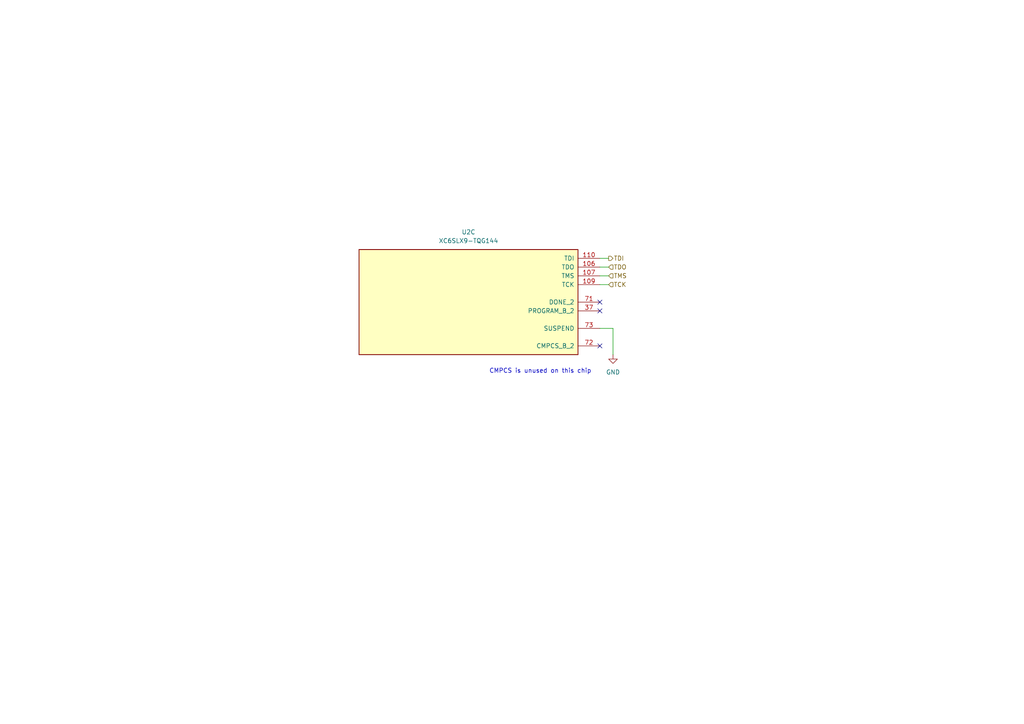
<source format=kicad_sch>
(kicad_sch
	(version 20231120)
	(generator "eeschema")
	(generator_version "8.0")
	(uuid "9635b207-be56-4692-b7be-abdb3712be18")
	(paper "A4")
	(title_block
		(title "FPGA JTAG Interface")
		(date "2024-03-11")
		(rev "1")
		(company "https://github.com/Cuprum77")
	)
	(lib_symbols
		(symbol "FPGA_Xilinx_Spartan6:XC6SLX9-TQG144"
			(pin_names
				(offset 1.016)
			)
			(exclude_from_sim no)
			(in_bom yes)
			(on_board yes)
			(property "Reference" "U"
				(at 0 1.27 0)
				(effects
					(font
						(size 1.27 1.27)
					)
				)
			)
			(property "Value" "XC6SLX9-TQG144"
				(at 0 -1.27 0)
				(effects
					(font
						(size 1.27 1.27)
					)
				)
			)
			(property "Footprint" ""
				(at 0 0 0)
				(effects
					(font
						(size 1.27 1.27)
					)
					(hide yes)
				)
			)
			(property "Datasheet" ""
				(at 0 0 0)
				(effects
					(font
						(size 1.27 1.27)
					)
				)
			)
			(property "Description" "Spartan 6 LX 9 XC6SLX9-TQG144"
				(at 0 0 0)
				(effects
					(font
						(size 1.27 1.27)
					)
					(hide yes)
				)
			)
			(property "ki_locked" ""
				(at 0 0 0)
				(effects
					(font
						(size 1.27 1.27)
					)
				)
			)
			(property "ki_keywords" "FPGA"
				(at 0 0 0)
				(effects
					(font
						(size 1.27 1.27)
					)
					(hide yes)
				)
			)
			(symbol "XC6SLX9-TQG144_1_1"
				(rectangle
					(start -44.45 36.83)
					(end 44.45 -43.18)
					(stroke
						(width 0.254)
						(type default)
					)
					(fill
						(type background)
					)
				)
				(pin bidirectional line
					(at 50.8 12.7 180)
					(length 6.35)
					(name "IO_L33P_1"
						(effects
							(font
								(size 1.27 1.27)
							)
						)
					)
					(number "100"
						(effects
							(font
								(size 1.27 1.27)
							)
						)
					)
				)
				(pin bidirectional line
					(at 50.8 15.24 180)
					(length 6.35)
					(name "IO_L32N_1"
						(effects
							(font
								(size 1.27 1.27)
							)
						)
					)
					(number "101"
						(effects
							(font
								(size 1.27 1.27)
							)
						)
					)
				)
				(pin bidirectional line
					(at 50.8 17.78 180)
					(length 6.35)
					(name "IO_L32P_1"
						(effects
							(font
								(size 1.27 1.27)
							)
						)
					)
					(number "102"
						(effects
							(font
								(size 1.27 1.27)
							)
						)
					)
				)
				(pin power_in line
					(at 40.64 43.18 270)
					(length 6.35)
					(name "VCCO_1"
						(effects
							(font
								(size 1.27 1.27)
							)
						)
					)
					(number "103"
						(effects
							(font
								(size 1.27 1.27)
							)
						)
					)
				)
				(pin bidirectional line
					(at 50.8 20.32 180)
					(length 6.35)
					(name "IO_L1N_VREF_1"
						(effects
							(font
								(size 1.27 1.27)
							)
						)
					)
					(number "104"
						(effects
							(font
								(size 1.27 1.27)
							)
						)
					)
				)
				(pin bidirectional line
					(at 50.8 22.86 180)
					(length 6.35)
					(name "IO_L1P_1"
						(effects
							(font
								(size 1.27 1.27)
							)
						)
					)
					(number "105"
						(effects
							(font
								(size 1.27 1.27)
							)
						)
					)
				)
				(pin bidirectional line
					(at -50.8 -40.64 0)
					(length 6.35)
					(name "IO_L66N_SCP0_0"
						(effects
							(font
								(size 1.27 1.27)
							)
						)
					)
					(number "111"
						(effects
							(font
								(size 1.27 1.27)
							)
						)
					)
				)
				(pin bidirectional line
					(at -50.8 -38.1 0)
					(length 6.35)
					(name "IO_L66P_SCP1_0"
						(effects
							(font
								(size 1.27 1.27)
							)
						)
					)
					(number "112"
						(effects
							(font
								(size 1.27 1.27)
							)
						)
					)
				)
				(pin bidirectional line
					(at -50.8 -35.56 0)
					(length 6.35)
					(name "IO_L65N_SCP2_0"
						(effects
							(font
								(size 1.27 1.27)
							)
						)
					)
					(number "114"
						(effects
							(font
								(size 1.27 1.27)
							)
						)
					)
				)
				(pin bidirectional line
					(at -50.8 -33.02 0)
					(length 6.35)
					(name "IO_L65P_SCP3_0"
						(effects
							(font
								(size 1.27 1.27)
							)
						)
					)
					(number "115"
						(effects
							(font
								(size 1.27 1.27)
							)
						)
					)
				)
				(pin bidirectional line
					(at -50.8 -30.48 0)
					(length 6.35)
					(name "IO_L64N_SCP4_0"
						(effects
							(font
								(size 1.27 1.27)
							)
						)
					)
					(number "116"
						(effects
							(font
								(size 1.27 1.27)
							)
						)
					)
				)
				(pin bidirectional line
					(at -50.8 -27.94 0)
					(length 6.35)
					(name "IO_L64P_SCP5_0"
						(effects
							(font
								(size 1.27 1.27)
							)
						)
					)
					(number "117"
						(effects
							(font
								(size 1.27 1.27)
							)
						)
					)
				)
				(pin bidirectional line
					(at -50.8 -25.4 0)
					(length 6.35)
					(name "IO_L63N_SCP6_0"
						(effects
							(font
								(size 1.27 1.27)
							)
						)
					)
					(number "118"
						(effects
							(font
								(size 1.27 1.27)
							)
						)
					)
				)
				(pin bidirectional line
					(at -50.8 -22.86 0)
					(length 6.35)
					(name "IO_L63P_SCP7_0"
						(effects
							(font
								(size 1.27 1.27)
							)
						)
					)
					(number "119"
						(effects
							(font
								(size 1.27 1.27)
							)
						)
					)
				)
				(pin bidirectional line
					(at -50.8 -20.32 0)
					(length 6.35)
					(name "IO_L62N_VREF_0"
						(effects
							(font
								(size 1.27 1.27)
							)
						)
					)
					(number "120"
						(effects
							(font
								(size 1.27 1.27)
							)
						)
					)
				)
				(pin bidirectional line
					(at -50.8 -17.78 0)
					(length 6.35)
					(name "IO_L62P_0"
						(effects
							(font
								(size 1.27 1.27)
							)
						)
					)
					(number "121"
						(effects
							(font
								(size 1.27 1.27)
							)
						)
					)
				)
				(pin power_in line
					(at -40.64 43.18 270)
					(length 6.35)
					(name "VCCO_0"
						(effects
							(font
								(size 1.27 1.27)
							)
						)
					)
					(number "122"
						(effects
							(font
								(size 1.27 1.27)
							)
						)
					)
				)
				(pin bidirectional line
					(at -50.8 -15.24 0)
					(length 6.35)
					(name "IO_L37N_GCLK12_0"
						(effects
							(font
								(size 1.27 1.27)
							)
						)
					)
					(number "123"
						(effects
							(font
								(size 1.27 1.27)
							)
						)
					)
				)
				(pin bidirectional line
					(at -50.8 -12.7 0)
					(length 6.35)
					(name "IO_L37P_GCLK13_0"
						(effects
							(font
								(size 1.27 1.27)
							)
						)
					)
					(number "124"
						(effects
							(font
								(size 1.27 1.27)
							)
						)
					)
				)
				(pin power_in line
					(at -38.1 43.18 270)
					(length 6.35)
					(name "VCCO_0"
						(effects
							(font
								(size 1.27 1.27)
							)
						)
					)
					(number "125"
						(effects
							(font
								(size 1.27 1.27)
							)
						)
					)
				)
				(pin bidirectional line
					(at -50.8 -10.16 0)
					(length 6.35)
					(name "IO_L36N_GCLK14_0"
						(effects
							(font
								(size 1.27 1.27)
							)
						)
					)
					(number "126"
						(effects
							(font
								(size 1.27 1.27)
							)
						)
					)
				)
				(pin bidirectional line
					(at -50.8 -7.62 0)
					(length 6.35)
					(name "IO_L36P_GCLK15_0"
						(effects
							(font
								(size 1.27 1.27)
							)
						)
					)
					(number "127"
						(effects
							(font
								(size 1.27 1.27)
							)
						)
					)
				)
				(pin bidirectional line
					(at -50.8 -5.08 0)
					(length 6.35)
					(name "IO_L35N_GCLK16_0"
						(effects
							(font
								(size 1.27 1.27)
							)
						)
					)
					(number "131"
						(effects
							(font
								(size 1.27 1.27)
							)
						)
					)
				)
				(pin bidirectional line
					(at -50.8 -2.54 0)
					(length 6.35)
					(name "IO_L35P_GCLK17_0"
						(effects
							(font
								(size 1.27 1.27)
							)
						)
					)
					(number "132"
						(effects
							(font
								(size 1.27 1.27)
							)
						)
					)
				)
				(pin bidirectional line
					(at -50.8 0 0)
					(length 6.35)
					(name "IO_L34N_GCLK18_0"
						(effects
							(font
								(size 1.27 1.27)
							)
						)
					)
					(number "133"
						(effects
							(font
								(size 1.27 1.27)
							)
						)
					)
				)
				(pin bidirectional line
					(at -50.8 2.54 0)
					(length 6.35)
					(name "IO_L34P_GCLK19_0"
						(effects
							(font
								(size 1.27 1.27)
							)
						)
					)
					(number "134"
						(effects
							(font
								(size 1.27 1.27)
							)
						)
					)
				)
				(pin power_in line
					(at -35.56 43.18 270)
					(length 6.35)
					(name "VCCO_0"
						(effects
							(font
								(size 1.27 1.27)
							)
						)
					)
					(number "135"
						(effects
							(font
								(size 1.27 1.27)
							)
						)
					)
				)
				(pin bidirectional line
					(at -50.8 5.08 0)
					(length 6.35)
					(name "IO_L4N_0"
						(effects
							(font
								(size 1.27 1.27)
							)
						)
					)
					(number "137"
						(effects
							(font
								(size 1.27 1.27)
							)
						)
					)
				)
				(pin bidirectional line
					(at -50.8 7.62 0)
					(length 6.35)
					(name "IO_L4P_0"
						(effects
							(font
								(size 1.27 1.27)
							)
						)
					)
					(number "138"
						(effects
							(font
								(size 1.27 1.27)
							)
						)
					)
				)
				(pin bidirectional line
					(at -50.8 10.16 0)
					(length 6.35)
					(name "IO_L3N_0"
						(effects
							(font
								(size 1.27 1.27)
							)
						)
					)
					(number "139"
						(effects
							(font
								(size 1.27 1.27)
							)
						)
					)
				)
				(pin bidirectional line
					(at -50.8 12.7 0)
					(length 6.35)
					(name "IO_L3P_0"
						(effects
							(font
								(size 1.27 1.27)
							)
						)
					)
					(number "140"
						(effects
							(font
								(size 1.27 1.27)
							)
						)
					)
				)
				(pin bidirectional line
					(at -50.8 15.24 0)
					(length 6.35)
					(name "IO_L2N_0"
						(effects
							(font
								(size 1.27 1.27)
							)
						)
					)
					(number "141"
						(effects
							(font
								(size 1.27 1.27)
							)
						)
					)
				)
				(pin bidirectional line
					(at -50.8 17.78 0)
					(length 6.35)
					(name "IO_L2P_0"
						(effects
							(font
								(size 1.27 1.27)
							)
						)
					)
					(number "142"
						(effects
							(font
								(size 1.27 1.27)
							)
						)
					)
				)
				(pin bidirectional line
					(at -50.8 20.32 0)
					(length 6.35)
					(name "IO_L1N_VREF_0"
						(effects
							(font
								(size 1.27 1.27)
							)
						)
					)
					(number "143"
						(effects
							(font
								(size 1.27 1.27)
							)
						)
					)
				)
				(pin bidirectional line
					(at -50.8 22.86 0)
					(length 6.35)
					(name "IO_L1P_HSWAPEN_0"
						(effects
							(font
								(size 1.27 1.27)
							)
						)
					)
					(number "144"
						(effects
							(font
								(size 1.27 1.27)
							)
						)
					)
				)
				(pin bidirectional line
					(at 50.8 -35.56 180)
					(length 6.35)
					(name "IO_L74N_DOUT_BUSY_1"
						(effects
							(font
								(size 1.27 1.27)
							)
						)
					)
					(number "74"
						(effects
							(font
								(size 1.27 1.27)
							)
						)
					)
				)
				(pin bidirectional line
					(at 50.8 -33.02 180)
					(length 6.35)
					(name "IO_L74P_AWAKE_1"
						(effects
							(font
								(size 1.27 1.27)
							)
						)
					)
					(number "75"
						(effects
							(font
								(size 1.27 1.27)
							)
						)
					)
				)
				(pin power_in line
					(at 35.56 43.18 270)
					(length 6.35)
					(name "VCCO_1"
						(effects
							(font
								(size 1.27 1.27)
							)
						)
					)
					(number "76"
						(effects
							(font
								(size 1.27 1.27)
							)
						)
					)
				)
				(pin bidirectional line
					(at 50.8 -30.48 180)
					(length 6.35)
					(name "IO_L47N_1"
						(effects
							(font
								(size 1.27 1.27)
							)
						)
					)
					(number "78"
						(effects
							(font
								(size 1.27 1.27)
							)
						)
					)
				)
				(pin bidirectional line
					(at 50.8 -27.94 180)
					(length 6.35)
					(name "IO_L47P_1"
						(effects
							(font
								(size 1.27 1.27)
							)
						)
					)
					(number "79"
						(effects
							(font
								(size 1.27 1.27)
							)
						)
					)
				)
				(pin bidirectional line
					(at 50.8 -25.4 180)
					(length 6.35)
					(name "IO_L46N_1"
						(effects
							(font
								(size 1.27 1.27)
							)
						)
					)
					(number "80"
						(effects
							(font
								(size 1.27 1.27)
							)
						)
					)
				)
				(pin bidirectional line
					(at 50.8 -22.86 180)
					(length 6.35)
					(name "IO_L46P_1"
						(effects
							(font
								(size 1.27 1.27)
							)
						)
					)
					(number "81"
						(effects
							(font
								(size 1.27 1.27)
							)
						)
					)
				)
				(pin bidirectional line
					(at 50.8 -20.32 180)
					(length 6.35)
					(name "IO_L45N_1"
						(effects
							(font
								(size 1.27 1.27)
							)
						)
					)
					(number "82"
						(effects
							(font
								(size 1.27 1.27)
							)
						)
					)
				)
				(pin bidirectional line
					(at 50.8 -17.78 180)
					(length 6.35)
					(name "IO_L45P_1"
						(effects
							(font
								(size 1.27 1.27)
							)
						)
					)
					(number "83"
						(effects
							(font
								(size 1.27 1.27)
							)
						)
					)
				)
				(pin bidirectional line
					(at 50.8 -15.24 180)
					(length 6.35)
					(name "IO_L43N_GCLK4_1"
						(effects
							(font
								(size 1.27 1.27)
							)
						)
					)
					(number "84"
						(effects
							(font
								(size 1.27 1.27)
							)
						)
					)
				)
				(pin bidirectional line
					(at 50.8 -12.7 180)
					(length 6.35)
					(name "IO_L43P_GCLK5_1"
						(effects
							(font
								(size 1.27 1.27)
							)
						)
					)
					(number "85"
						(effects
							(font
								(size 1.27 1.27)
							)
						)
					)
				)
				(pin power_in line
					(at 38.1 43.18 270)
					(length 6.35)
					(name "VCCO_1"
						(effects
							(font
								(size 1.27 1.27)
							)
						)
					)
					(number "86"
						(effects
							(font
								(size 1.27 1.27)
							)
						)
					)
				)
				(pin bidirectional line
					(at 50.8 -10.16 180)
					(length 6.35)
					(name "IO_L42N_GCLK6_TRDY1_1"
						(effects
							(font
								(size 1.27 1.27)
							)
						)
					)
					(number "87"
						(effects
							(font
								(size 1.27 1.27)
							)
						)
					)
				)
				(pin bidirectional line
					(at 50.8 -7.62 180)
					(length 6.35)
					(name "IO_L42P_GCLK7_1"
						(effects
							(font
								(size 1.27 1.27)
							)
						)
					)
					(number "88"
						(effects
							(font
								(size 1.27 1.27)
							)
						)
					)
				)
				(pin bidirectional line
					(at 50.8 -5.08 180)
					(length 6.35)
					(name "IO_L41N_GCLK8_1"
						(effects
							(font
								(size 1.27 1.27)
							)
						)
					)
					(number "92"
						(effects
							(font
								(size 1.27 1.27)
							)
						)
					)
				)
				(pin bidirectional line
					(at 50.8 -2.54 180)
					(length 6.35)
					(name "IO_L41P_GCLK9_IRDY1_1"
						(effects
							(font
								(size 1.27 1.27)
							)
						)
					)
					(number "93"
						(effects
							(font
								(size 1.27 1.27)
							)
						)
					)
				)
				(pin bidirectional line
					(at 50.8 0 180)
					(length 6.35)
					(name "IO_L40N_GCLK10_1"
						(effects
							(font
								(size 1.27 1.27)
							)
						)
					)
					(number "94"
						(effects
							(font
								(size 1.27 1.27)
							)
						)
					)
				)
				(pin bidirectional line
					(at 50.8 2.54 180)
					(length 6.35)
					(name "IO_L40P_GCLK11_1"
						(effects
							(font
								(size 1.27 1.27)
							)
						)
					)
					(number "95"
						(effects
							(font
								(size 1.27 1.27)
							)
						)
					)
				)
				(pin bidirectional line
					(at 50.8 5.08 180)
					(length 6.35)
					(name "IO_L34N_1"
						(effects
							(font
								(size 1.27 1.27)
							)
						)
					)
					(number "97"
						(effects
							(font
								(size 1.27 1.27)
							)
						)
					)
				)
				(pin bidirectional line
					(at 50.8 7.62 180)
					(length 6.35)
					(name "IO_L34P_1"
						(effects
							(font
								(size 1.27 1.27)
							)
						)
					)
					(number "98"
						(effects
							(font
								(size 1.27 1.27)
							)
						)
					)
				)
				(pin bidirectional line
					(at 50.8 10.16 180)
					(length 6.35)
					(name "IO_L33N_1"
						(effects
							(font
								(size 1.27 1.27)
							)
						)
					)
					(number "99"
						(effects
							(font
								(size 1.27 1.27)
							)
						)
					)
				)
			)
			(symbol "XC6SLX9-TQG144_2_1"
				(rectangle
					(start -44.45 36.83)
					(end 44.45 -43.18)
					(stroke
						(width 0.254)
						(type default)
					)
					(fill
						(type background)
					)
				)
				(pin bidirectional line
					(at 50.8 -40.64 180)
					(length 6.35)
					(name "IO_L83N_VREF_3"
						(effects
							(font
								(size 1.27 1.27)
							)
						)
					)
					(number "1"
						(effects
							(font
								(size 1.27 1.27)
							)
						)
					)
				)
				(pin bidirectional line
					(at 50.8 -22.86 180)
					(length 6.35)
					(name "IO_L50P_3"
						(effects
							(font
								(size 1.27 1.27)
							)
						)
					)
					(number "10"
						(effects
							(font
								(size 1.27 1.27)
							)
						)
					)
				)
				(pin bidirectional line
					(at 50.8 -20.32 180)
					(length 6.35)
					(name "IO_L49N_3"
						(effects
							(font
								(size 1.27 1.27)
							)
						)
					)
					(number "11"
						(effects
							(font
								(size 1.27 1.27)
							)
						)
					)
				)
				(pin bidirectional line
					(at 50.8 -17.78 180)
					(length 6.35)
					(name "IO_L49P_3"
						(effects
							(font
								(size 1.27 1.27)
							)
						)
					)
					(number "12"
						(effects
							(font
								(size 1.27 1.27)
							)
						)
					)
				)
				(pin bidirectional line
					(at 50.8 -15.24 180)
					(length 6.35)
					(name "IO_L44N_GCLK20_3"
						(effects
							(font
								(size 1.27 1.27)
							)
						)
					)
					(number "14"
						(effects
							(font
								(size 1.27 1.27)
							)
						)
					)
				)
				(pin bidirectional line
					(at 50.8 -12.7 180)
					(length 6.35)
					(name "IO_L44P_GCLK21_3"
						(effects
							(font
								(size 1.27 1.27)
							)
						)
					)
					(number "15"
						(effects
							(font
								(size 1.27 1.27)
							)
						)
					)
				)
				(pin bidirectional line
					(at 50.8 -10.16 180)
					(length 6.35)
					(name "IO_L43N_GCLK22_IRDY2_3"
						(effects
							(font
								(size 1.27 1.27)
							)
						)
					)
					(number "16"
						(effects
							(font
								(size 1.27 1.27)
							)
						)
					)
				)
				(pin bidirectional line
					(at 50.8 -7.62 180)
					(length 6.35)
					(name "IO_L43P_GCLK23_3"
						(effects
							(font
								(size 1.27 1.27)
							)
						)
					)
					(number "17"
						(effects
							(font
								(size 1.27 1.27)
							)
						)
					)
				)
				(pin power_in line
					(at 38.1 43.18 270)
					(length 6.35)
					(name "VCCO_3"
						(effects
							(font
								(size 1.27 1.27)
							)
						)
					)
					(number "18"
						(effects
							(font
								(size 1.27 1.27)
							)
						)
					)
				)
				(pin bidirectional line
					(at 50.8 -38.1 180)
					(length 6.35)
					(name "IO_L83P_3"
						(effects
							(font
								(size 1.27 1.27)
							)
						)
					)
					(number "2"
						(effects
							(font
								(size 1.27 1.27)
							)
						)
					)
				)
				(pin bidirectional line
					(at 50.8 -5.08 180)
					(length 6.35)
					(name "IO_L42N_GCLK24_3"
						(effects
							(font
								(size 1.27 1.27)
							)
						)
					)
					(number "21"
						(effects
							(font
								(size 1.27 1.27)
							)
						)
					)
				)
				(pin bidirectional line
					(at 50.8 -2.54 180)
					(length 6.35)
					(name "IO_L42P_GCLK25_TRDY2_3"
						(effects
							(font
								(size 1.27 1.27)
							)
						)
					)
					(number "22"
						(effects
							(font
								(size 1.27 1.27)
							)
						)
					)
				)
				(pin bidirectional line
					(at 50.8 0 180)
					(length 6.35)
					(name "IO_L41N_GCLK26_3"
						(effects
							(font
								(size 1.27 1.27)
							)
						)
					)
					(number "23"
						(effects
							(font
								(size 1.27 1.27)
							)
						)
					)
				)
				(pin bidirectional line
					(at 50.8 2.54 180)
					(length 6.35)
					(name "IO_L41P_GCLK27_3"
						(effects
							(font
								(size 1.27 1.27)
							)
						)
					)
					(number "24"
						(effects
							(font
								(size 1.27 1.27)
							)
						)
					)
				)
				(pin bidirectional line
					(at 50.8 5.08 180)
					(length 6.35)
					(name "IO_L37N_3"
						(effects
							(font
								(size 1.27 1.27)
							)
						)
					)
					(number "26"
						(effects
							(font
								(size 1.27 1.27)
							)
						)
					)
				)
				(pin bidirectional line
					(at 50.8 7.62 180)
					(length 6.35)
					(name "IO_L37P_3"
						(effects
							(font
								(size 1.27 1.27)
							)
						)
					)
					(number "27"
						(effects
							(font
								(size 1.27 1.27)
							)
						)
					)
				)
				(pin bidirectional line
					(at 50.8 10.16 180)
					(length 6.35)
					(name "IO_L36N_3"
						(effects
							(font
								(size 1.27 1.27)
							)
						)
					)
					(number "29"
						(effects
							(font
								(size 1.27 1.27)
							)
						)
					)
				)
				(pin bidirectional line
					(at 50.8 12.7 180)
					(length 6.35)
					(name "IO_L36P_3"
						(effects
							(font
								(size 1.27 1.27)
							)
						)
					)
					(number "30"
						(effects
							(font
								(size 1.27 1.27)
							)
						)
					)
				)
				(pin power_in line
					(at 40.64 43.18 270)
					(length 6.35)
					(name "VCCO_3"
						(effects
							(font
								(size 1.27 1.27)
							)
						)
					)
					(number "31"
						(effects
							(font
								(size 1.27 1.27)
							)
						)
					)
				)
				(pin bidirectional line
					(at 50.8 15.24 180)
					(length 6.35)
					(name "IO_L2N_3"
						(effects
							(font
								(size 1.27 1.27)
							)
						)
					)
					(number "32"
						(effects
							(font
								(size 1.27 1.27)
							)
						)
					)
				)
				(pin bidirectional line
					(at 50.8 17.78 180)
					(length 6.35)
					(name "IO_L2P_3"
						(effects
							(font
								(size 1.27 1.27)
							)
						)
					)
					(number "33"
						(effects
							(font
								(size 1.27 1.27)
							)
						)
					)
				)
				(pin bidirectional line
					(at 50.8 20.32 180)
					(length 6.35)
					(name "IO_L1N_VREF_3"
						(effects
							(font
								(size 1.27 1.27)
							)
						)
					)
					(number "34"
						(effects
							(font
								(size 1.27 1.27)
							)
						)
					)
				)
				(pin bidirectional line
					(at 50.8 22.86 180)
					(length 6.35)
					(name "IO_L1P_3"
						(effects
							(font
								(size 1.27 1.27)
							)
						)
					)
					(number "35"
						(effects
							(font
								(size 1.27 1.27)
							)
						)
					)
				)
				(pin bidirectional line
					(at -50.8 -40.64 0)
					(length 6.35)
					(name "IO_L65N_CSO_B_2"
						(effects
							(font
								(size 1.27 1.27)
							)
						)
					)
					(number "38"
						(effects
							(font
								(size 1.27 1.27)
							)
						)
					)
				)
				(pin bidirectional line
					(at -50.8 -38.1 0)
					(length 6.35)
					(name "IO_L65P_INIT_B_2"
						(effects
							(font
								(size 1.27 1.27)
							)
						)
					)
					(number "39"
						(effects
							(font
								(size 1.27 1.27)
							)
						)
					)
				)
				(pin power_in line
					(at 35.56 43.18 270)
					(length 6.35)
					(name "VCCO_3"
						(effects
							(font
								(size 1.27 1.27)
							)
						)
					)
					(number "4"
						(effects
							(font
								(size 1.27 1.27)
							)
						)
					)
				)
				(pin bidirectional line
					(at -50.8 -35.56 0)
					(length 6.35)
					(name "IO_L64N_D9_2"
						(effects
							(font
								(size 1.27 1.27)
							)
						)
					)
					(number "40"
						(effects
							(font
								(size 1.27 1.27)
							)
						)
					)
				)
				(pin bidirectional line
					(at -50.8 -33.02 0)
					(length 6.35)
					(name "IO_L64P_D8_2"
						(effects
							(font
								(size 1.27 1.27)
							)
						)
					)
					(number "41"
						(effects
							(font
								(size 1.27 1.27)
							)
						)
					)
				)
				(pin power_in line
					(at -40.64 43.18 270)
					(length 6.35)
					(name "VCCO_2"
						(effects
							(font
								(size 1.27 1.27)
							)
						)
					)
					(number "42"
						(effects
							(font
								(size 1.27 1.27)
							)
						)
					)
				)
				(pin bidirectional line
					(at -50.8 -30.48 0)
					(length 6.35)
					(name "IO_L62N_D6_2"
						(effects
							(font
								(size 1.27 1.27)
							)
						)
					)
					(number "43"
						(effects
							(font
								(size 1.27 1.27)
							)
						)
					)
				)
				(pin bidirectional line
					(at -50.8 -27.94 0)
					(length 6.35)
					(name "IO_L62P_D5_2"
						(effects
							(font
								(size 1.27 1.27)
							)
						)
					)
					(number "44"
						(effects
							(font
								(size 1.27 1.27)
							)
						)
					)
				)
				(pin bidirectional line
					(at -50.8 -25.4 0)
					(length 6.35)
					(name "IO_L49N_D4_2"
						(effects
							(font
								(size 1.27 1.27)
							)
						)
					)
					(number "45"
						(effects
							(font
								(size 1.27 1.27)
							)
						)
					)
				)
				(pin bidirectional line
					(at -50.8 -22.86 0)
					(length 6.35)
					(name "IO_L49P_D3_2"
						(effects
							(font
								(size 1.27 1.27)
							)
						)
					)
					(number "46"
						(effects
							(font
								(size 1.27 1.27)
							)
						)
					)
				)
				(pin bidirectional line
					(at -50.8 -20.32 0)
					(length 6.35)
					(name "IO_L48N_RDWR_B_VREF_2"
						(effects
							(font
								(size 1.27 1.27)
							)
						)
					)
					(number "47"
						(effects
							(font
								(size 1.27 1.27)
							)
						)
					)
				)
				(pin bidirectional line
					(at -50.8 -17.78 0)
					(length 6.35)
					(name "IO_L48P_D7_2"
						(effects
							(font
								(size 1.27 1.27)
							)
						)
					)
					(number "48"
						(effects
							(font
								(size 1.27 1.27)
							)
						)
					)
				)
				(pin bidirectional line
					(at 50.8 -35.56 180)
					(length 6.35)
					(name "IO_L52N_3"
						(effects
							(font
								(size 1.27 1.27)
							)
						)
					)
					(number "5"
						(effects
							(font
								(size 1.27 1.27)
							)
						)
					)
				)
				(pin bidirectional line
					(at -50.8 -15.24 0)
					(length 6.35)
					(name "IO_L31N_GCLK30_D15_2"
						(effects
							(font
								(size 1.27 1.27)
							)
						)
					)
					(number "50"
						(effects
							(font
								(size 1.27 1.27)
							)
						)
					)
				)
				(pin bidirectional line
					(at -50.8 -12.7 0)
					(length 6.35)
					(name "IO_L31P_GCLK31_D14_2"
						(effects
							(font
								(size 1.27 1.27)
							)
						)
					)
					(number "51"
						(effects
							(font
								(size 1.27 1.27)
							)
						)
					)
				)
				(pin bidirectional line
					(at -50.8 -10.16 0)
					(length 6.35)
					(name "IO_L30N_GCLK0_USERCCLK_2"
						(effects
							(font
								(size 1.27 1.27)
							)
						)
					)
					(number "55"
						(effects
							(font
								(size 1.27 1.27)
							)
						)
					)
				)
				(pin bidirectional line
					(at -50.8 -7.62 0)
					(length 6.35)
					(name "IO_L30P_GCLK1_D13_2"
						(effects
							(font
								(size 1.27 1.27)
							)
						)
					)
					(number "56"
						(effects
							(font
								(size 1.27 1.27)
							)
						)
					)
				)
				(pin bidirectional line
					(at -50.8 -5.08 0)
					(length 6.35)
					(name "IO_L14N_D12_2"
						(effects
							(font
								(size 1.27 1.27)
							)
						)
					)
					(number "57"
						(effects
							(font
								(size 1.27 1.27)
							)
						)
					)
				)
				(pin bidirectional line
					(at -50.8 -2.54 0)
					(length 6.35)
					(name "IO_L14P_D11_2"
						(effects
							(font
								(size 1.27 1.27)
							)
						)
					)
					(number "58"
						(effects
							(font
								(size 1.27 1.27)
							)
						)
					)
				)
				(pin bidirectional line
					(at -50.8 0 0)
					(length 6.35)
					(name "IO_L13N_D10_2"
						(effects
							(font
								(size 1.27 1.27)
							)
						)
					)
					(number "59"
						(effects
							(font
								(size 1.27 1.27)
							)
						)
					)
				)
				(pin bidirectional line
					(at 50.8 -33.02 180)
					(length 6.35)
					(name "IO_L52P_3"
						(effects
							(font
								(size 1.27 1.27)
							)
						)
					)
					(number "6"
						(effects
							(font
								(size 1.27 1.27)
							)
						)
					)
				)
				(pin bidirectional line
					(at -50.8 2.54 0)
					(length 6.35)
					(name "IO_L13P_M1_2"
						(effects
							(font
								(size 1.27 1.27)
							)
						)
					)
					(number "60"
						(effects
							(font
								(size 1.27 1.27)
							)
						)
					)
				)
				(pin bidirectional line
					(at -50.8 5.08 0)
					(length 6.35)
					(name "IO_L12N_D2_MISO3_2"
						(effects
							(font
								(size 1.27 1.27)
							)
						)
					)
					(number "61"
						(effects
							(font
								(size 1.27 1.27)
							)
						)
					)
				)
				(pin bidirectional line
					(at -50.8 7.62 0)
					(length 6.35)
					(name "IO_L12P_D1_MISO2_2"
						(effects
							(font
								(size 1.27 1.27)
							)
						)
					)
					(number "62"
						(effects
							(font
								(size 1.27 1.27)
							)
						)
					)
				)
				(pin power_in line
					(at -38.1 43.18 270)
					(length 6.35)
					(name "VCCO_2"
						(effects
							(font
								(size 1.27 1.27)
							)
						)
					)
					(number "63"
						(effects
							(font
								(size 1.27 1.27)
							)
						)
					)
				)
				(pin bidirectional line
					(at -50.8 10.16 0)
					(length 6.35)
					(name "IO_L3N_MOSI_CSI_B_MISO0_2"
						(effects
							(font
								(size 1.27 1.27)
							)
						)
					)
					(number "64"
						(effects
							(font
								(size 1.27 1.27)
							)
						)
					)
				)
				(pin bidirectional line
					(at -50.8 12.7 0)
					(length 6.35)
					(name "IO_L3P_D0_DIN_MISO_MISO1_2"
						(effects
							(font
								(size 1.27 1.27)
							)
						)
					)
					(number "65"
						(effects
							(font
								(size 1.27 1.27)
							)
						)
					)
				)
				(pin bidirectional line
					(at -50.8 15.24 0)
					(length 6.35)
					(name "IO_L2N_CMPMOSI_2"
						(effects
							(font
								(size 1.27 1.27)
							)
						)
					)
					(number "66"
						(effects
							(font
								(size 1.27 1.27)
							)
						)
					)
				)
				(pin bidirectional line
					(at -50.8 17.78 0)
					(length 6.35)
					(name "IO_L2P_CMPCLK_2"
						(effects
							(font
								(size 1.27 1.27)
							)
						)
					)
					(number "67"
						(effects
							(font
								(size 1.27 1.27)
							)
						)
					)
				)
				(pin bidirectional line
					(at -50.8 20.32 0)
					(length 6.35)
					(name "IO_L1N_M0_CMPMISO_2"
						(effects
							(font
								(size 1.27 1.27)
							)
						)
					)
					(number "69"
						(effects
							(font
								(size 1.27 1.27)
							)
						)
					)
				)
				(pin bidirectional line
					(at 50.8 -30.48 180)
					(length 6.35)
					(name "IO_L51N_3"
						(effects
							(font
								(size 1.27 1.27)
							)
						)
					)
					(number "7"
						(effects
							(font
								(size 1.27 1.27)
							)
						)
					)
				)
				(pin bidirectional line
					(at -50.8 22.86 0)
					(length 6.35)
					(name "IO_L1P_CCLK_2"
						(effects
							(font
								(size 1.27 1.27)
							)
						)
					)
					(number "70"
						(effects
							(font
								(size 1.27 1.27)
							)
						)
					)
				)
				(pin bidirectional line
					(at 50.8 -27.94 180)
					(length 6.35)
					(name "IO_L51P_3"
						(effects
							(font
								(size 1.27 1.27)
							)
						)
					)
					(number "8"
						(effects
							(font
								(size 1.27 1.27)
							)
						)
					)
				)
				(pin bidirectional line
					(at 50.8 -25.4 180)
					(length 6.35)
					(name "IO_L50N_3"
						(effects
							(font
								(size 1.27 1.27)
							)
						)
					)
					(number "9"
						(effects
							(font
								(size 1.27 1.27)
							)
						)
					)
				)
			)
			(symbol "XC6SLX9-TQG144_3_1"
				(rectangle
					(start -31.75 15.24)
					(end 31.75 -15.24)
					(stroke
						(width 0.254)
						(type default)
					)
					(fill
						(type background)
					)
				)
				(pin bidirectional line
					(at 38.1 10.16 180)
					(length 6.35)
					(name "TDO"
						(effects
							(font
								(size 1.27 1.27)
							)
						)
					)
					(number "106"
						(effects
							(font
								(size 1.27 1.27)
							)
						)
					)
				)
				(pin bidirectional line
					(at 38.1 7.62 180)
					(length 6.35)
					(name "TMS"
						(effects
							(font
								(size 1.27 1.27)
							)
						)
					)
					(number "107"
						(effects
							(font
								(size 1.27 1.27)
							)
						)
					)
				)
				(pin bidirectional line
					(at 38.1 5.08 180)
					(length 6.35)
					(name "TCK"
						(effects
							(font
								(size 1.27 1.27)
							)
						)
					)
					(number "109"
						(effects
							(font
								(size 1.27 1.27)
							)
						)
					)
				)
				(pin bidirectional line
					(at 38.1 12.7 180)
					(length 6.35)
					(name "TDI"
						(effects
							(font
								(size 1.27 1.27)
							)
						)
					)
					(number "110"
						(effects
							(font
								(size 1.27 1.27)
							)
						)
					)
				)
				(pin bidirectional line
					(at 38.1 -2.54 180)
					(length 6.35)
					(name "PROGRAM_B_2"
						(effects
							(font
								(size 1.27 1.27)
							)
						)
					)
					(number "37"
						(effects
							(font
								(size 1.27 1.27)
							)
						)
					)
				)
				(pin bidirectional line
					(at 38.1 0 180)
					(length 6.35)
					(name "DONE_2"
						(effects
							(font
								(size 1.27 1.27)
							)
						)
					)
					(number "71"
						(effects
							(font
								(size 1.27 1.27)
							)
						)
					)
				)
				(pin bidirectional line
					(at 38.1 -12.7 180)
					(length 6.35)
					(name "CMPCS_B_2"
						(effects
							(font
								(size 1.27 1.27)
							)
						)
					)
					(number "72"
						(effects
							(font
								(size 1.27 1.27)
							)
						)
					)
				)
				(pin bidirectional line
					(at 38.1 -7.62 180)
					(length 6.35)
					(name "SUSPEND"
						(effects
							(font
								(size 1.27 1.27)
							)
						)
					)
					(number "73"
						(effects
							(font
								(size 1.27 1.27)
							)
						)
					)
				)
			)
			(symbol "XC6SLX9-TQG144_4_1"
				(rectangle
					(start -19.05 17.78)
					(end 19.05 -17.78)
					(stroke
						(width 0.254)
						(type default)
					)
					(fill
						(type background)
					)
				)
				(pin power_in line
					(at 25.4 -7.62 180)
					(length 6.35)
					(name "GND"
						(effects
							(font
								(size 1.27 1.27)
							)
						)
					)
					(number "108"
						(effects
							(font
								(size 1.27 1.27)
							)
						)
					)
				)
				(pin power_in line
					(at 25.4 -10.16 180)
					(length 6.35)
					(name "GND"
						(effects
							(font
								(size 1.27 1.27)
							)
						)
					)
					(number "113"
						(effects
							(font
								(size 1.27 1.27)
							)
						)
					)
				)
				(pin power_in line
					(at 25.4 5.08 180)
					(length 6.35)
					(name "VCCINT"
						(effects
							(font
								(size 1.27 1.27)
							)
						)
					)
					(number "128"
						(effects
							(font
								(size 1.27 1.27)
							)
						)
					)
				)
				(pin power_in line
					(at -25.4 5.08 0)
					(length 6.35)
					(name "VCCAUX"
						(effects
							(font
								(size 1.27 1.27)
							)
						)
					)
					(number "129"
						(effects
							(font
								(size 1.27 1.27)
							)
						)
					)
				)
				(pin power_in line
					(at -25.4 -2.54 0)
					(length 6.35)
					(name "GND"
						(effects
							(font
								(size 1.27 1.27)
							)
						)
					)
					(number "13"
						(effects
							(font
								(size 1.27 1.27)
							)
						)
					)
				)
				(pin power_in line
					(at 25.4 -12.7 180)
					(length 6.35)
					(name "GND"
						(effects
							(font
								(size 1.27 1.27)
							)
						)
					)
					(number "130"
						(effects
							(font
								(size 1.27 1.27)
							)
						)
					)
				)
				(pin power_in line
					(at 25.4 -15.24 180)
					(length 6.35)
					(name "GND"
						(effects
							(font
								(size 1.27 1.27)
							)
						)
					)
					(number "136"
						(effects
							(font
								(size 1.27 1.27)
							)
						)
					)
				)
				(pin power_in line
					(at 25.4 15.24 180)
					(length 6.35)
					(name "VCCINT"
						(effects
							(font
								(size 1.27 1.27)
							)
						)
					)
					(number "19"
						(effects
							(font
								(size 1.27 1.27)
							)
						)
					)
				)
				(pin power_in line
					(at -25.4 15.24 0)
					(length 6.35)
					(name "VCCAUX"
						(effects
							(font
								(size 1.27 1.27)
							)
						)
					)
					(number "20"
						(effects
							(font
								(size 1.27 1.27)
							)
						)
					)
				)
				(pin power_in line
					(at -25.4 -5.08 0)
					(length 6.35)
					(name "GND"
						(effects
							(font
								(size 1.27 1.27)
							)
						)
					)
					(number "25"
						(effects
							(font
								(size 1.27 1.27)
							)
						)
					)
				)
				(pin power_in line
					(at 25.4 12.7 180)
					(length 6.35)
					(name "VCCINT"
						(effects
							(font
								(size 1.27 1.27)
							)
						)
					)
					(number "28"
						(effects
							(font
								(size 1.27 1.27)
							)
						)
					)
				)
				(pin power_in line
					(at -25.4 0 0)
					(length 6.35)
					(name "GND"
						(effects
							(font
								(size 1.27 1.27)
							)
						)
					)
					(number "3"
						(effects
							(font
								(size 1.27 1.27)
							)
						)
					)
				)
				(pin power_in line
					(at -25.4 12.7 0)
					(length 6.35)
					(name "VCCAUX"
						(effects
							(font
								(size 1.27 1.27)
							)
						)
					)
					(number "36"
						(effects
							(font
								(size 1.27 1.27)
							)
						)
					)
				)
				(pin power_in line
					(at -25.4 -7.62 0)
					(length 6.35)
					(name "GND"
						(effects
							(font
								(size 1.27 1.27)
							)
						)
					)
					(number "49"
						(effects
							(font
								(size 1.27 1.27)
							)
						)
					)
				)
				(pin power_in line
					(at 25.4 10.16 180)
					(length 6.35)
					(name "VCCINT"
						(effects
							(font
								(size 1.27 1.27)
							)
						)
					)
					(number "52"
						(effects
							(font
								(size 1.27 1.27)
							)
						)
					)
				)
				(pin power_in line
					(at -25.4 10.16 0)
					(length 6.35)
					(name "VCCAUX"
						(effects
							(font
								(size 1.27 1.27)
							)
						)
					)
					(number "53"
						(effects
							(font
								(size 1.27 1.27)
							)
						)
					)
				)
				(pin power_in line
					(at -25.4 -10.16 0)
					(length 6.35)
					(name "GND"
						(effects
							(font
								(size 1.27 1.27)
							)
						)
					)
					(number "54"
						(effects
							(font
								(size 1.27 1.27)
							)
						)
					)
				)
				(pin power_in line
					(at -25.4 -12.7 0)
					(length 6.35)
					(name "GND"
						(effects
							(font
								(size 1.27 1.27)
							)
						)
					)
					(number "68"
						(effects
							(font
								(size 1.27 1.27)
							)
						)
					)
				)
				(pin power_in line
					(at -25.4 -15.24 0)
					(length 6.35)
					(name "GND"
						(effects
							(font
								(size 1.27 1.27)
							)
						)
					)
					(number "77"
						(effects
							(font
								(size 1.27 1.27)
							)
						)
					)
				)
				(pin power_in line
					(at 25.4 7.62 180)
					(length 6.35)
					(name "VCCINT"
						(effects
							(font
								(size 1.27 1.27)
							)
						)
					)
					(number "89"
						(effects
							(font
								(size 1.27 1.27)
							)
						)
					)
				)
				(pin power_in line
					(at -25.4 7.62 0)
					(length 6.35)
					(name "VCCAUX"
						(effects
							(font
								(size 1.27 1.27)
							)
						)
					)
					(number "90"
						(effects
							(font
								(size 1.27 1.27)
							)
						)
					)
				)
				(pin power_in line
					(at 25.4 -2.54 180)
					(length 6.35)
					(name "GND"
						(effects
							(font
								(size 1.27 1.27)
							)
						)
					)
					(number "91"
						(effects
							(font
								(size 1.27 1.27)
							)
						)
					)
				)
				(pin power_in line
					(at 25.4 -5.08 180)
					(length 6.35)
					(name "GND"
						(effects
							(font
								(size 1.27 1.27)
							)
						)
					)
					(number "96"
						(effects
							(font
								(size 1.27 1.27)
							)
						)
					)
				)
			)
		)
		(symbol "PCM_4ms_Power-symbol:GND"
			(power)
			(pin_names
				(offset 0)
			)
			(exclude_from_sim no)
			(in_bom yes)
			(on_board yes)
			(property "Reference" "#PWR"
				(at 0 -6.35 0)
				(effects
					(font
						(size 1.27 1.27)
					)
					(hide yes)
				)
			)
			(property "Value" "GND"
				(at 0 -3.81 0)
				(effects
					(font
						(size 1.27 1.27)
					)
				)
			)
			(property "Footprint" ""
				(at 0 0 0)
				(effects
					(font
						(size 1.27 1.27)
					)
					(hide yes)
				)
			)
			(property "Datasheet" ""
				(at 0 0 0)
				(effects
					(font
						(size 1.27 1.27)
					)
					(hide yes)
				)
			)
			(property "Description" ""
				(at 0 0 0)
				(effects
					(font
						(size 1.27 1.27)
					)
					(hide yes)
				)
			)
			(symbol "GND_0_1"
				(polyline
					(pts
						(xy 0 0) (xy 0 -1.27) (xy 1.27 -1.27) (xy 0 -2.54) (xy -1.27 -1.27) (xy 0 -1.27)
					)
					(stroke
						(width 0)
						(type default)
					)
					(fill
						(type none)
					)
				)
			)
			(symbol "GND_1_1"
				(pin power_in line
					(at 0 0 270)
					(length 0) hide
					(name "GND"
						(effects
							(font
								(size 1.27 1.27)
							)
						)
					)
					(number "1"
						(effects
							(font
								(size 1.27 1.27)
							)
						)
					)
				)
			)
		)
	)
	(no_connect
		(at 173.99 100.33)
		(uuid "90af2ed4-67b6-466b-93ec-b34e3a696c85")
	)
	(no_connect
		(at 173.99 87.63)
		(uuid "b76a7209-e1fa-40ef-a87e-a77fe5d60003")
	)
	(no_connect
		(at 173.99 90.17)
		(uuid "d6a0cc40-a696-447a-b26a-794051cc5c80")
	)
	(wire
		(pts
			(xy 173.99 82.55) (xy 176.53 82.55)
		)
		(stroke
			(width 0)
			(type default)
		)
		(uuid "3606fc1c-0795-4f3a-8de1-8239179d4561")
	)
	(wire
		(pts
			(xy 173.99 77.47) (xy 176.53 77.47)
		)
		(stroke
			(width 0)
			(type default)
		)
		(uuid "5cc5bdb4-cacb-4ee7-9bbb-bae9ec277532")
	)
	(wire
		(pts
			(xy 173.99 80.01) (xy 176.53 80.01)
		)
		(stroke
			(width 0)
			(type default)
		)
		(uuid "8b5f57c1-e6ed-4ae6-86b6-23827bf7f486")
	)
	(wire
		(pts
			(xy 173.99 95.25) (xy 177.8 95.25)
		)
		(stroke
			(width 0)
			(type default)
		)
		(uuid "ac6a8892-68da-4c88-80c5-081ec10d3c5f")
	)
	(wire
		(pts
			(xy 177.8 95.25) (xy 177.8 102.87)
		)
		(stroke
			(width 0)
			(type default)
		)
		(uuid "b712c1a8-b2ba-40eb-9b77-7fd511672ec8")
	)
	(wire
		(pts
			(xy 173.99 74.93) (xy 176.53 74.93)
		)
		(stroke
			(width 0)
			(type default)
		)
		(uuid "ce44baee-85c2-405f-bd21-ca1d122f6e9b")
	)
	(text "CMPCS is unused on this chip"
		(exclude_from_sim no)
		(at 156.718 107.696 0)
		(effects
			(font
				(size 1.27 1.27)
			)
		)
		(uuid "7b947b74-4659-4c3e-8ec6-ab392d5c527e")
	)
	(hierarchical_label "TDO"
		(shape input)
		(at 176.53 77.47 0)
		(fields_autoplaced yes)
		(effects
			(font
				(size 1.27 1.27)
			)
			(justify left)
		)
		(uuid "2b25449f-4d82-429b-a712-e6a8d96ffbc2")
	)
	(hierarchical_label "TCK"
		(shape input)
		(at 176.53 82.55 0)
		(fields_autoplaced yes)
		(effects
			(font
				(size 1.27 1.27)
			)
			(justify left)
		)
		(uuid "31ca33c2-bc7e-4aac-bb32-712b4785b535")
	)
	(hierarchical_label "TDI"
		(shape output)
		(at 176.53 74.93 0)
		(fields_autoplaced yes)
		(effects
			(font
				(size 1.27 1.27)
			)
			(justify left)
		)
		(uuid "d3f82b7b-6ccc-4845-9b42-b96504b5707e")
	)
	(hierarchical_label "TMS"
		(shape input)
		(at 176.53 80.01 0)
		(fields_autoplaced yes)
		(effects
			(font
				(size 1.27 1.27)
			)
			(justify left)
		)
		(uuid "e60f56bf-1854-4f05-ae89-0d365f3c57c9")
	)
	(symbol
		(lib_id "PCM_4ms_Power-symbol:GND")
		(at 177.8 102.87 0)
		(unit 1)
		(exclude_from_sim no)
		(in_bom yes)
		(on_board yes)
		(dnp no)
		(fields_autoplaced yes)
		(uuid "501803be-91ee-4418-aede-064d301de611")
		(property "Reference" "#PWR042"
			(at 177.8 109.22 0)
			(effects
				(font
					(size 1.27 1.27)
				)
				(hide yes)
			)
		)
		(property "Value" "GND"
			(at 177.8 107.95 0)
			(effects
				(font
					(size 1.27 1.27)
				)
			)
		)
		(property "Footprint" ""
			(at 177.8 102.87 0)
			(effects
				(font
					(size 1.27 1.27)
				)
				(hide yes)
			)
		)
		(property "Datasheet" ""
			(at 177.8 102.87 0)
			(effects
				(font
					(size 1.27 1.27)
				)
				(hide yes)
			)
		)
		(property "Description" ""
			(at 177.8 102.87 0)
			(effects
				(font
					(size 1.27 1.27)
				)
				(hide yes)
			)
		)
		(pin "1"
			(uuid "e1f2735a-d245-44a7-bac2-ab6fe97e3849")
		)
		(instances
			(project "integrated"
				(path "/5cc60e42-d666-4a43-b4f0-3784ee4bf951/2ba587f6-8240-4a2e-8589-8fa4b3d4679c"
					(reference "#PWR042")
					(unit 1)
				)
			)
		)
	)
	(symbol
		(lib_id "FPGA_Xilinx_Spartan6:XC6SLX9-TQG144")
		(at 135.89 87.63 0)
		(unit 3)
		(exclude_from_sim no)
		(in_bom yes)
		(on_board yes)
		(dnp no)
		(fields_autoplaced yes)
		(uuid "6c94d826-7f42-4827-850d-8092df2b56ee")
		(property "Reference" "U2"
			(at 135.89 67.31 0)
			(effects
				(font
					(size 1.27 1.27)
				)
			)
		)
		(property "Value" "XC6SLX9-TQG144"
			(at 135.89 69.85 0)
			(effects
				(font
					(size 1.27 1.27)
				)
			)
		)
		(property "Footprint" "Package_QFP:TQFP-144_20x20mm_P0.5mm"
			(at 135.89 87.63 0)
			(effects
				(font
					(size 1.27 1.27)
				)
				(hide yes)
			)
		)
		(property "Datasheet" ""
			(at 135.89 87.63 0)
			(effects
				(font
					(size 1.27 1.27)
				)
			)
		)
		(property "Description" "Spartan 6 LX 9 XC6SLX9-TQG144"
			(at 135.89 87.63 0)
			(effects
				(font
					(size 1.27 1.27)
				)
				(hide yes)
			)
		)
		(pin "80"
			(uuid "4c030b7d-8a6c-439b-b879-c6f8bc279778")
		)
		(pin "14"
			(uuid "c0fb837b-cd83-4abb-9129-220b93b58353")
		)
		(pin "15"
			(uuid "01128bea-d7aa-42a6-a2c9-a978cd57bc04")
		)
		(pin "111"
			(uuid "9c77dbfa-c322-4410-a215-b7807b761a84")
		)
		(pin "86"
			(uuid "324d9975-8d75-4354-a661-d5ec5bbcccf7")
		)
		(pin "16"
			(uuid "c3c76d44-17e2-497e-9456-b33e39c932a8")
		)
		(pin "100"
			(uuid "1dd55d72-61ca-4ef1-beeb-d01bd17b8fc0")
		)
		(pin "127"
			(uuid "f3013e22-be2e-4929-b62e-62fae7708b39")
		)
		(pin "143"
			(uuid "7c86bb35-bb33-4341-ac1b-26d4b7b9a568")
		)
		(pin "17"
			(uuid "9ff1c232-5467-45c4-9dfc-318bcd41215f")
		)
		(pin "75"
			(uuid "ec06c530-c1e6-4bfd-bc96-36139a35446b")
		)
		(pin "138"
			(uuid "76423e5d-b5b6-43fc-9ee7-ea9142c4416b")
		)
		(pin "114"
			(uuid "3e57eddf-002a-4fc3-9a69-0bb3de6f8b69")
		)
		(pin "120"
			(uuid "86e881db-8047-4b42-92f0-21b7daba4a70")
		)
		(pin "74"
			(uuid "02c2d58e-5095-4de4-a9a1-8b1ba56f132e")
		)
		(pin "79"
			(uuid "e13542b5-e891-4283-a296-996ddf03e87b")
		)
		(pin "116"
			(uuid "560eee31-3b46-47b2-a436-5bb85c297ee4")
		)
		(pin "85"
			(uuid "5c10594e-cf48-4950-bfd2-591d48d28f9a")
		)
		(pin "101"
			(uuid "e6dca6e5-6aaf-47c1-9de5-40d5de4a0fd9")
		)
		(pin "125"
			(uuid "89214b5f-8dc4-43b2-93ae-4ee844844615")
		)
		(pin "141"
			(uuid "db4b13e5-0a79-4367-9bd8-6076e8f1afae")
		)
		(pin "76"
			(uuid "340fa267-3572-432d-8dc8-2656b2067422")
		)
		(pin "132"
			(uuid "210d63f5-d3cf-438a-bbb9-42b398855b14")
		)
		(pin "82"
			(uuid "85fc964d-fdd3-4d78-b1a2-3a70779bb965")
		)
		(pin "126"
			(uuid "42edf950-6c21-41a3-8320-60ea39f0528c")
		)
		(pin "83"
			(uuid "88223ff2-f4f2-4f47-8628-4dee9320fd82")
		)
		(pin "115"
			(uuid "26cca0d8-3a56-48e6-9abf-343a0f3e7a3d")
		)
		(pin "93"
			(uuid "d73eb569-88f4-4cca-a2e1-57e8ee1f2bca")
		)
		(pin "95"
			(uuid "c514144c-0337-473c-a297-34db20cfe320")
		)
		(pin "144"
			(uuid "5ddf3606-2d70-4f68-b91d-c7baa1f40f66")
		)
		(pin "81"
			(uuid "4a517871-660b-42a9-9efb-5ba1122306c4")
		)
		(pin "124"
			(uuid "21c9c634-550d-4d5d-b91f-afb83d78dbf8")
		)
		(pin "84"
			(uuid "797783b9-a32b-4205-b8c7-b08622507cbe")
		)
		(pin "140"
			(uuid "1207fdbb-cfd0-4eaa-9f91-9a7978dae9b3")
		)
		(pin "1"
			(uuid "8114277e-0f42-4a63-ac1e-7ef057587da7")
		)
		(pin "112"
			(uuid "b350baea-4b8c-423d-ac07-2061dee31253")
		)
		(pin "98"
			(uuid "107e45cb-c23c-440e-9eea-c6d9acf63cd4")
		)
		(pin "131"
			(uuid "9ab2517b-90c0-4be9-8235-79325cf64dcb")
		)
		(pin "105"
			(uuid "6ba9238d-3a59-4666-ae88-2eb5358a7204")
		)
		(pin "78"
			(uuid "10b05fb8-f97a-4a60-863b-088c443746f7")
		)
		(pin "104"
			(uuid "51311893-d42c-49e1-8521-bd91879800de")
		)
		(pin "87"
			(uuid "97b3d2a1-ccf9-4027-be6c-d1584b9dd13e")
		)
		(pin "97"
			(uuid "d6cadad2-6646-4834-8995-51aef4ceabd9")
		)
		(pin "99"
			(uuid "f9187564-d403-4e98-92ee-56b3f859b4d7")
		)
		(pin "121"
			(uuid "f4606cb7-cce4-494c-a52d-37b15ee33002")
		)
		(pin "137"
			(uuid "abb9e9d7-0e9a-4193-8739-0bd993871902")
		)
		(pin "117"
			(uuid "19d28c24-2e72-4bc4-b419-e52da8dc9d2a")
		)
		(pin "92"
			(uuid "6df51b18-f003-4f26-bb97-7478bb3a39a4")
		)
		(pin "11"
			(uuid "722e094d-3d99-4ea7-94ca-0a861cbefd56")
		)
		(pin "102"
			(uuid "4766d150-12a5-4f11-9dec-6c76c24093b6")
		)
		(pin "122"
			(uuid "7b46967d-fa6c-4306-acd4-cdd3e8c50794")
		)
		(pin "123"
			(uuid "87a978e1-b211-4a3c-b483-44b96c3c749e")
		)
		(pin "142"
			(uuid "f6b8204d-dd4a-4376-ac05-2ca2182de6c7")
		)
		(pin "134"
			(uuid "e39df101-ed6c-4f23-a99d-fa274f8fd862")
		)
		(pin "10"
			(uuid "1f7ad704-3117-4bef-9625-ddd9dfc05c01")
		)
		(pin "12"
			(uuid "78e14c1e-8b96-46e9-9979-b069659ba6c4")
		)
		(pin "133"
			(uuid "8af05cf8-f98d-403c-b2f4-fa5b8e86531a")
		)
		(pin "119"
			(uuid "4a315f30-022a-464d-876f-ea66bfb04d34")
		)
		(pin "94"
			(uuid "2445dbfd-0fb6-45ad-9135-7f0f92f6870d")
		)
		(pin "103"
			(uuid "f09d2849-01cb-45cb-a164-229d50421e15")
		)
		(pin "118"
			(uuid "f8999c1d-75df-4896-86a4-cd92830ccfa7")
		)
		(pin "135"
			(uuid "c3df5a0a-a5f3-4781-a86b-7463f85f8745")
		)
		(pin "139"
			(uuid "50ffc784-ad01-4f4b-906d-6d85621305f9")
		)
		(pin "88"
			(uuid "879a87dc-ca18-4999-bbaf-1f87154adbed")
		)
		(pin "42"
			(uuid "f50fe784-6564-49f3-9423-8f3d73bff199")
		)
		(pin "57"
			(uuid "25e60f08-1cb5-4c27-9bf1-af5fa8c0c835")
		)
		(pin "63"
			(uuid "9ab4253c-d9f5-4f89-93d0-8434c2a8ccf0")
		)
		(pin "29"
			(uuid "b757a59a-37d5-472c-82f4-bab2fcb78b05")
		)
		(pin "50"
			(uuid "5db8388f-d3dd-42dd-89f6-57421c6571a2")
		)
		(pin "2"
			(uuid "eafad997-06b4-4807-aa9b-071c60dd7b87")
		)
		(pin "46"
			(uuid "1e268666-cf8b-49fc-87b9-7b4c50ec66fa")
		)
		(pin "51"
			(uuid "dd2e8b5b-531d-449b-8c6e-3e292e960c84")
		)
		(pin "9"
			(uuid "0611722b-96b1-4c91-a543-79cc2be38ab7")
		)
		(pin "30"
			(uuid "5bb16f98-a86d-4835-8a24-02eac7662af8")
		)
		(pin "5"
			(uuid "33604a5b-e0bf-4192-b090-7a3f79a0a98e")
		)
		(pin "56"
			(uuid "4b5792a4-704b-4146-8f6d-3468e392d2dc")
		)
		(pin "58"
			(uuid "dd41b027-6567-409b-a516-43a83d97d473")
		)
		(pin "7"
			(uuid "0e54defb-83e0-4800-a8f1-358ddfd9eea2")
		)
		(pin "8"
			(uuid "de24358a-5bf3-4cde-b8be-7ef9c3911e4c")
		)
		(pin "106"
			(uuid "de59834a-9d5f-453f-977e-9610d10ab3c3")
		)
		(pin "34"
			(uuid "c6489a64-fdb5-49f2-8fe5-964fbbaf13b4")
		)
		(pin "48"
			(uuid "f6b9b535-d44c-4571-a35a-f45ec0f878f0")
		)
		(pin "21"
			(uuid "00dd7d53-2911-456b-aa6e-0efdaad52a9c")
		)
		(pin "32"
			(uuid "93e74db5-cb03-42ee-93b8-249820252cf0")
		)
		(pin "4"
			(uuid "a5267cb4-2ecc-43eb-a1bf-350b27a83b21")
		)
		(pin "69"
			(uuid "1eda0b3c-01ba-4e32-b700-e876c8fc13c1")
		)
		(pin "59"
			(uuid "f428f605-5186-4327-919b-4771221a65ba")
		)
		(pin "43"
			(uuid "8b3a7e36-ffb1-4204-82aa-9df5b42eba14")
		)
		(pin "40"
			(uuid "8fe84231-aeb8-41ac-acc3-3850e86b10ce")
		)
		(pin "107"
			(uuid "36a9a728-f57b-48bc-80a9-ee837928c453")
		)
		(pin "110"
			(uuid "8d5e142f-6003-4bfa-9ace-e62d19427ff6")
		)
		(pin "33"
			(uuid "33a56e92-008d-4398-a783-03c35315e903")
		)
		(pin "47"
			(uuid "6b8c8bc5-c7f9-469f-af83-2569b8150007")
		)
		(pin "6"
			(uuid "5e5d6602-46cb-46f5-a3d6-e8163c080707")
		)
		(pin "61"
			(uuid "9dbc8773-0933-4085-a956-d34137a62769")
		)
		(pin "23"
			(uuid "6a7e5297-e5e6-4b5c-84f5-1e42f895338a")
		)
		(pin "64"
			(uuid "db56c85b-8a04-4d4e-8a97-ccb78bb8e07f")
		)
		(pin "37"
			(uuid "2dbfa0a4-1189-46be-a504-b9cad3689935")
		)
		(pin "71"
			(uuid "0c68345d-7f76-4513-ac39-eac2349a482a")
		)
		(pin "72"
			(uuid "6950cf65-227c-43e3-a06d-74f712479f90")
		)
		(pin "108"
			(uuid "8bea75a0-5e12-47e5-8c09-8e0a8a748f07")
		)
		(pin "109"
			(uuid "c7525718-370f-4816-b33c-2263cce85148")
		)
		(pin "27"
			(uuid "a8ad4403-e612-449f-8b45-6bd7cd6934b3")
		)
		(pin "128"
			(uuid "6ea8f330-a7df-4b00-b103-bfd0effe3125")
		)
		(pin "60"
			(uuid "5e55aab7-12ed-45d9-9e93-e12b53fd1c16")
		)
		(pin "66"
			(uuid "21897c20-81fa-46e4-bea4-2527e06508c2")
		)
		(pin "31"
			(uuid "641f2e00-c2c4-452f-bb3c-d37cb0ea6020")
		)
		(pin "41"
			(uuid "0b1d0fb5-d388-4e1c-80e7-a6e50b1b2020")
		)
		(pin "62"
			(uuid "c682a64f-d362-4e33-86c8-dc4ab76ab454")
		)
		(pin "26"
			(uuid "7e034e04-d93d-4dc1-9e0a-73b50b92b81a")
		)
		(pin "35"
			(uuid "2925cd2c-98bb-4422-8efb-339fa7c74baa")
		)
		(pin "129"
			(uuid "08e05134-9e52-49b6-b879-4082db180b7d")
		)
		(pin "13"
			(uuid "32c4c1a6-cbe7-4e3e-a41b-e0a6cf5b387b")
		)
		(pin "130"
			(uuid "38f9277d-7497-42fa-ae5b-654b1df3e416")
		)
		(pin "24"
			(uuid "58f5a4f4-5fde-45ab-ba35-6e0237f61bc1")
		)
		(pin "136"
			(uuid "5d21befd-d392-4a21-ad8c-da1bea77c7b4")
		)
		(pin "65"
			(uuid "343c8dae-349d-4b6b-ab50-dce8142c7212")
		)
		(pin "18"
			(uuid "667405e1-c924-4daa-a3ae-00c7b2031ab9")
		)
		(pin "55"
			(uuid "c6017a71-f79d-47fc-a1c0-eb1536775531")
		)
		(pin "67"
			(uuid "47ca4445-7418-4cb7-bf66-cc2dc4fcb9d4")
		)
		(pin "70"
			(uuid "60d440c3-84bf-4123-84eb-3c42ce8c22d7")
		)
		(pin "39"
			(uuid "36d8e4cb-896b-4e4d-a927-09b37750770e")
		)
		(pin "73"
			(uuid "610e38fe-a9ec-4765-8b4b-16cb5e251b5d")
		)
		(pin "38"
			(uuid "af59800a-132d-4c13-8bd9-2a57cbf7fad6")
		)
		(pin "113"
			(uuid "a91d292f-a923-4fa7-a91b-f005dfaeb20f")
		)
		(pin "44"
			(uuid "78aecfb8-ee7c-49a9-9a31-c2fc593c01c6")
		)
		(pin "22"
			(uuid "f35b18fd-737a-4fd3-83a9-bc20b4e11b17")
		)
		(pin "45"
			(uuid "4427250c-433d-4bbe-951e-72e3942def88")
		)
		(pin "3"
			(uuid "4c42c9fa-9a8f-47cc-8874-b64d4c3fd426")
		)
		(pin "89"
			(uuid "c50072e6-028c-495c-99d3-403e68afc33c")
		)
		(pin "25"
			(uuid "32b68c7e-3622-4d01-a9b4-0f1213f23765")
		)
		(pin "49"
			(uuid "9f0e3fb9-9ef4-4cd5-b29e-25734806521d")
		)
		(pin "52"
			(uuid "0dd840fb-e44f-4536-987b-2a2d3abb28ca")
		)
		(pin "28"
			(uuid "93a32fbe-453d-4d0c-902b-22b4da46f113")
		)
		(pin "68"
			(uuid "d7e6ffea-7b52-43a4-9fc0-873353179896")
		)
		(pin "20"
			(uuid "cce0fc3b-9be5-43bf-aa60-68bce21b596b")
		)
		(pin "36"
			(uuid "0e4dd7cf-c6c0-476f-92bf-0c543a134883")
		)
		(pin "54"
			(uuid "c744f666-1349-4c84-8e60-15f4ba91136e")
		)
		(pin "53"
			(uuid "40d0fd62-e2b0-45d4-9d63-47c18af5077c")
		)
		(pin "77"
			(uuid "ccd4882d-dd2a-418e-a2ae-7bb11e2109db")
		)
		(pin "90"
			(uuid "b01c6343-0e37-43dc-9fe9-ac8e7ebbfd69")
		)
		(pin "91"
			(uuid "0d2a92be-1f04-41e3-adf2-3fab4cddf545")
		)
		(pin "96"
			(uuid "3cf8c567-45be-4193-95da-157711b5ea97")
		)
		(pin "19"
			(uuid "dce0902e-e6ed-4f47-9be3-7d3104a0d2e7")
		)
		(instances
			(project "integrated"
				(path "/5cc60e42-d666-4a43-b4f0-3784ee4bf951/2ba587f6-8240-4a2e-8589-8fa4b3d4679c"
					(reference "U2")
					(unit 3)
				)
			)
		)
	)
)

</source>
